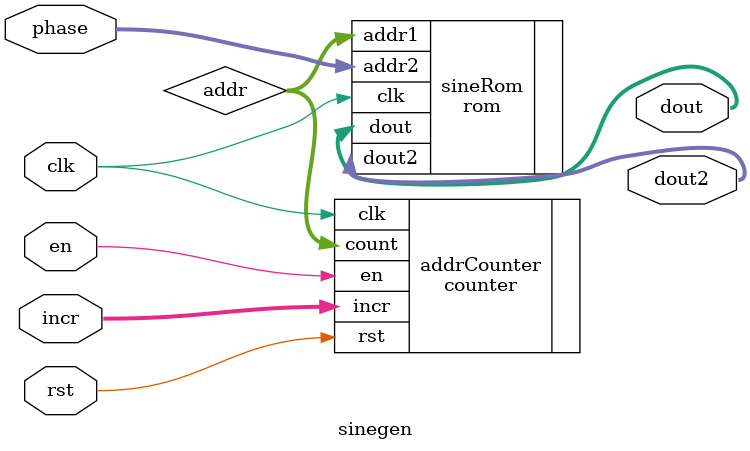
<source format=sv>
module sinegen #(
    parameter   ADDRESS_WIDTH=8,
                DATA_WIDTH=8
)(
    input   logic                           clk,
    input   logic                           rst,
    input   logic                           en,
    input   logic   [ADDRESS_WIDTH-1:0]     incr,
    input   logic   [ADDRESS_WIDTH-1:0]     phase,
    output  logic   [DATA_WIDTH-1:0]        dout,
    output  logic   [DATA_WIDTH-1:0]        dout2
);

    logic [ADDRESS_WIDTH-1:0]   addr;

counter addrCounter (
    .clk (clk),
    .rst (rst),
    .en (en),
    .incr (incr),
    .count (addr)
);

rom sineRom (
    .addr1 (addr),
    .addr2 (phase),
    .clk (clk),
    .dout (dout),
    .dout2 (dout2)
);

endmodule

</source>
